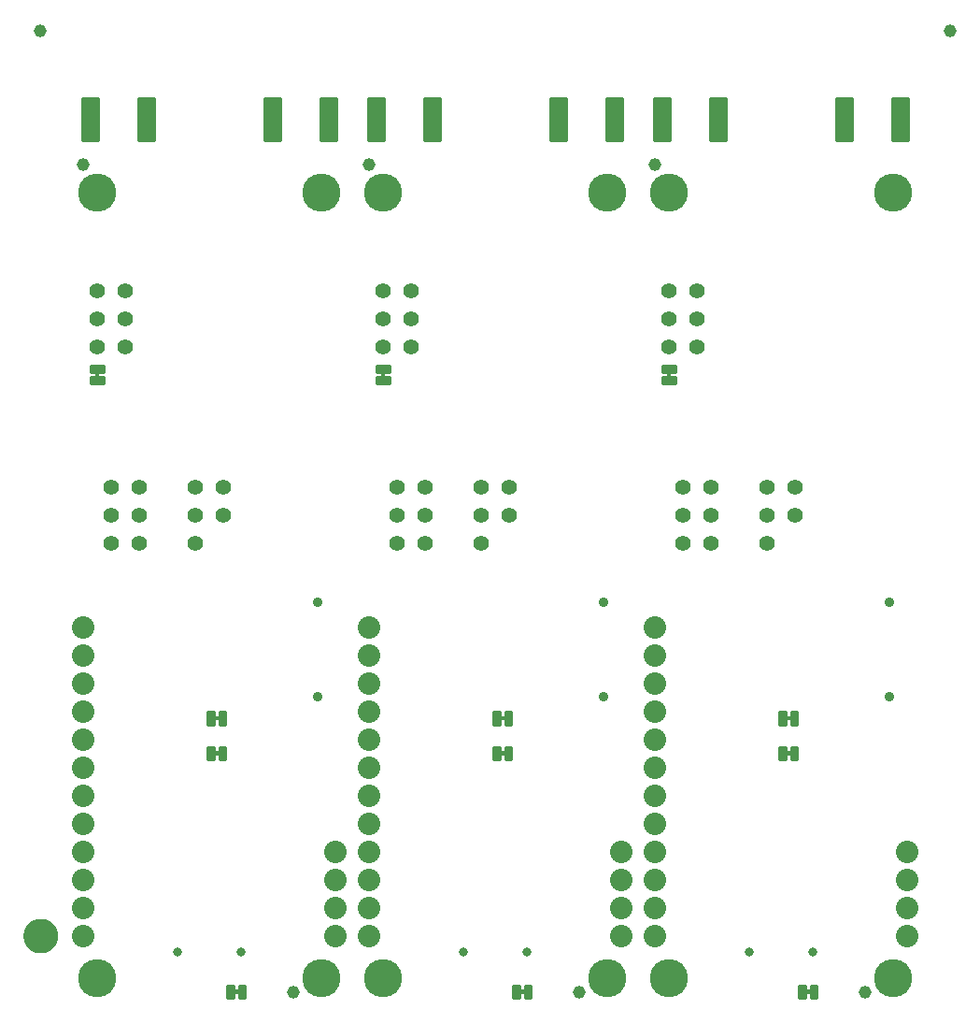
<source format=gbs>
G04 EAGLE Gerber RS-274X export*
G75*
%MOMM*%
%FSLAX34Y34*%
%LPD*%
%INSoldermask Bottom*%
%IPPOS*%
%AMOC8*
5,1,8,0,0,1.08239X$1,22.5*%
G01*
%ADD10C,0.264381*%
%ADD11C,0.802400*%
%ADD12C,3.454400*%
%ADD13C,0.251966*%
%ADD14C,0.902400*%
%ADD15C,1.422400*%
%ADD16C,1.152400*%
%ADD17C,2.032000*%
%ADD18C,1.270000*%
%ADD19C,1.652400*%

G36*
X544895Y568972D02*
X544895Y568972D01*
X544961Y568974D01*
X545004Y568992D01*
X545051Y569000D01*
X545108Y569034D01*
X545168Y569059D01*
X545203Y569090D01*
X545244Y569115D01*
X545286Y569166D01*
X545334Y569210D01*
X545356Y569252D01*
X545385Y569289D01*
X545406Y569351D01*
X545437Y569410D01*
X545445Y569464D01*
X545457Y569501D01*
X545456Y569541D01*
X545464Y569595D01*
X545464Y573405D01*
X545453Y573470D01*
X545451Y573536D01*
X545433Y573579D01*
X545425Y573626D01*
X545391Y573683D01*
X545366Y573743D01*
X545335Y573778D01*
X545310Y573819D01*
X545259Y573861D01*
X545215Y573909D01*
X545173Y573931D01*
X545136Y573960D01*
X545074Y573981D01*
X545015Y574012D01*
X544961Y574020D01*
X544924Y574032D01*
X544884Y574031D01*
X544830Y574039D01*
X542290Y574039D01*
X542225Y574028D01*
X542159Y574026D01*
X542116Y574008D01*
X542069Y574000D01*
X542012Y573966D01*
X541952Y573941D01*
X541917Y573910D01*
X541876Y573885D01*
X541835Y573834D01*
X541786Y573790D01*
X541764Y573748D01*
X541735Y573711D01*
X541714Y573649D01*
X541683Y573590D01*
X541675Y573536D01*
X541663Y573499D01*
X541663Y573495D01*
X541663Y573494D01*
X541664Y573459D01*
X541656Y573405D01*
X541656Y569595D01*
X541667Y569530D01*
X541669Y569464D01*
X541687Y569421D01*
X541695Y569374D01*
X541729Y569317D01*
X541754Y569257D01*
X541785Y569222D01*
X541810Y569181D01*
X541861Y569140D01*
X541905Y569091D01*
X541947Y569069D01*
X541984Y569040D01*
X542046Y569019D01*
X542105Y568988D01*
X542159Y568980D01*
X542196Y568968D01*
X542236Y568969D01*
X542290Y568961D01*
X544830Y568961D01*
X544895Y568972D01*
G37*
G36*
X26735Y568972D02*
X26735Y568972D01*
X26801Y568974D01*
X26844Y568992D01*
X26891Y569000D01*
X26948Y569034D01*
X27008Y569059D01*
X27043Y569090D01*
X27084Y569115D01*
X27126Y569166D01*
X27174Y569210D01*
X27196Y569252D01*
X27225Y569289D01*
X27246Y569351D01*
X27277Y569410D01*
X27285Y569464D01*
X27297Y569501D01*
X27296Y569541D01*
X27304Y569595D01*
X27304Y573405D01*
X27293Y573470D01*
X27291Y573536D01*
X27273Y573579D01*
X27265Y573626D01*
X27231Y573683D01*
X27206Y573743D01*
X27175Y573778D01*
X27150Y573819D01*
X27099Y573861D01*
X27055Y573909D01*
X27013Y573931D01*
X26976Y573960D01*
X26914Y573981D01*
X26855Y574012D01*
X26801Y574020D01*
X26764Y574032D01*
X26724Y574031D01*
X26670Y574039D01*
X24130Y574039D01*
X24065Y574028D01*
X23999Y574026D01*
X23956Y574008D01*
X23909Y574000D01*
X23852Y573966D01*
X23792Y573941D01*
X23757Y573910D01*
X23716Y573885D01*
X23675Y573834D01*
X23626Y573790D01*
X23604Y573748D01*
X23575Y573711D01*
X23554Y573649D01*
X23523Y573590D01*
X23515Y573536D01*
X23503Y573499D01*
X23503Y573495D01*
X23503Y573494D01*
X23504Y573459D01*
X23496Y573405D01*
X23496Y569595D01*
X23507Y569530D01*
X23509Y569464D01*
X23527Y569421D01*
X23535Y569374D01*
X23569Y569317D01*
X23594Y569257D01*
X23625Y569222D01*
X23650Y569181D01*
X23701Y569140D01*
X23745Y569091D01*
X23787Y569069D01*
X23824Y569040D01*
X23886Y569019D01*
X23945Y568988D01*
X23999Y568980D01*
X24036Y568968D01*
X24076Y568969D01*
X24130Y568961D01*
X26670Y568961D01*
X26735Y568972D01*
G37*
G36*
X285815Y568972D02*
X285815Y568972D01*
X285881Y568974D01*
X285924Y568992D01*
X285971Y569000D01*
X286028Y569034D01*
X286088Y569059D01*
X286123Y569090D01*
X286164Y569115D01*
X286206Y569166D01*
X286254Y569210D01*
X286276Y569252D01*
X286305Y569289D01*
X286326Y569351D01*
X286357Y569410D01*
X286365Y569464D01*
X286377Y569501D01*
X286376Y569541D01*
X286384Y569595D01*
X286384Y573405D01*
X286373Y573470D01*
X286371Y573536D01*
X286353Y573579D01*
X286345Y573626D01*
X286311Y573683D01*
X286286Y573743D01*
X286255Y573778D01*
X286230Y573819D01*
X286179Y573861D01*
X286135Y573909D01*
X286093Y573931D01*
X286056Y573960D01*
X285994Y573981D01*
X285935Y574012D01*
X285881Y574020D01*
X285844Y574032D01*
X285804Y574031D01*
X285750Y574039D01*
X283210Y574039D01*
X283145Y574028D01*
X283079Y574026D01*
X283036Y574008D01*
X282989Y574000D01*
X282932Y573966D01*
X282872Y573941D01*
X282837Y573910D01*
X282796Y573885D01*
X282755Y573834D01*
X282706Y573790D01*
X282684Y573748D01*
X282655Y573711D01*
X282634Y573649D01*
X282603Y573590D01*
X282595Y573536D01*
X282583Y573499D01*
X282583Y573495D01*
X282583Y573494D01*
X282584Y573459D01*
X282576Y573405D01*
X282576Y569595D01*
X282587Y569530D01*
X282589Y569464D01*
X282607Y569421D01*
X282615Y569374D01*
X282649Y569317D01*
X282674Y569257D01*
X282705Y569222D01*
X282730Y569181D01*
X282781Y569140D01*
X282825Y569091D01*
X282867Y569069D01*
X282904Y569040D01*
X282966Y569019D01*
X283025Y568988D01*
X283079Y568980D01*
X283116Y568968D01*
X283156Y568969D01*
X283210Y568961D01*
X285750Y568961D01*
X285815Y568972D01*
G37*
G36*
X653480Y258457D02*
X653480Y258457D01*
X653546Y258459D01*
X653589Y258477D01*
X653636Y258485D01*
X653693Y258519D01*
X653753Y258544D01*
X653788Y258575D01*
X653829Y258600D01*
X653871Y258651D01*
X653919Y258695D01*
X653941Y258737D01*
X653970Y258774D01*
X653991Y258836D01*
X654022Y258895D01*
X654030Y258949D01*
X654042Y258986D01*
X654041Y259026D01*
X654049Y259080D01*
X654049Y261620D01*
X654038Y261685D01*
X654036Y261751D01*
X654018Y261794D01*
X654010Y261841D01*
X653976Y261898D01*
X653951Y261958D01*
X653920Y261993D01*
X653895Y262034D01*
X653844Y262076D01*
X653800Y262124D01*
X653758Y262146D01*
X653721Y262175D01*
X653659Y262196D01*
X653600Y262227D01*
X653546Y262235D01*
X653509Y262247D01*
X653469Y262246D01*
X653415Y262254D01*
X649605Y262254D01*
X649540Y262243D01*
X649474Y262241D01*
X649431Y262223D01*
X649384Y262215D01*
X649327Y262181D01*
X649267Y262156D01*
X649232Y262125D01*
X649191Y262100D01*
X649150Y262049D01*
X649101Y262005D01*
X649079Y261963D01*
X649050Y261926D01*
X649029Y261864D01*
X648998Y261805D01*
X648990Y261751D01*
X648978Y261714D01*
X648978Y261711D01*
X648979Y261674D01*
X648971Y261620D01*
X648971Y259080D01*
X648982Y259015D01*
X648984Y258949D01*
X649002Y258906D01*
X649010Y258859D01*
X649044Y258802D01*
X649069Y258742D01*
X649100Y258707D01*
X649125Y258666D01*
X649176Y258625D01*
X649220Y258576D01*
X649262Y258554D01*
X649299Y258525D01*
X649361Y258504D01*
X649420Y258473D01*
X649474Y258465D01*
X649511Y258453D01*
X649551Y258454D01*
X649605Y258446D01*
X653415Y258446D01*
X653480Y258457D01*
G37*
G36*
X394400Y258457D02*
X394400Y258457D01*
X394466Y258459D01*
X394509Y258477D01*
X394556Y258485D01*
X394613Y258519D01*
X394673Y258544D01*
X394708Y258575D01*
X394749Y258600D01*
X394791Y258651D01*
X394839Y258695D01*
X394861Y258737D01*
X394890Y258774D01*
X394911Y258836D01*
X394942Y258895D01*
X394950Y258949D01*
X394962Y258986D01*
X394961Y259026D01*
X394969Y259080D01*
X394969Y261620D01*
X394958Y261685D01*
X394956Y261751D01*
X394938Y261794D01*
X394930Y261841D01*
X394896Y261898D01*
X394871Y261958D01*
X394840Y261993D01*
X394815Y262034D01*
X394764Y262076D01*
X394720Y262124D01*
X394678Y262146D01*
X394641Y262175D01*
X394579Y262196D01*
X394520Y262227D01*
X394466Y262235D01*
X394429Y262247D01*
X394389Y262246D01*
X394335Y262254D01*
X390525Y262254D01*
X390460Y262243D01*
X390394Y262241D01*
X390351Y262223D01*
X390304Y262215D01*
X390247Y262181D01*
X390187Y262156D01*
X390152Y262125D01*
X390111Y262100D01*
X390070Y262049D01*
X390021Y262005D01*
X389999Y261963D01*
X389970Y261926D01*
X389949Y261864D01*
X389918Y261805D01*
X389910Y261751D01*
X389898Y261714D01*
X389898Y261711D01*
X389899Y261674D01*
X389891Y261620D01*
X389891Y259080D01*
X389902Y259015D01*
X389904Y258949D01*
X389922Y258906D01*
X389930Y258859D01*
X389964Y258802D01*
X389989Y258742D01*
X390020Y258707D01*
X390045Y258666D01*
X390096Y258625D01*
X390140Y258576D01*
X390182Y258554D01*
X390219Y258525D01*
X390281Y258504D01*
X390340Y258473D01*
X390394Y258465D01*
X390431Y258453D01*
X390471Y258454D01*
X390525Y258446D01*
X394335Y258446D01*
X394400Y258457D01*
G37*
G36*
X135320Y258457D02*
X135320Y258457D01*
X135386Y258459D01*
X135429Y258477D01*
X135476Y258485D01*
X135533Y258519D01*
X135593Y258544D01*
X135628Y258575D01*
X135669Y258600D01*
X135711Y258651D01*
X135759Y258695D01*
X135781Y258737D01*
X135810Y258774D01*
X135831Y258836D01*
X135862Y258895D01*
X135870Y258949D01*
X135882Y258986D01*
X135881Y259026D01*
X135889Y259080D01*
X135889Y261620D01*
X135878Y261685D01*
X135876Y261751D01*
X135858Y261794D01*
X135850Y261841D01*
X135816Y261898D01*
X135791Y261958D01*
X135760Y261993D01*
X135735Y262034D01*
X135684Y262076D01*
X135640Y262124D01*
X135598Y262146D01*
X135561Y262175D01*
X135499Y262196D01*
X135440Y262227D01*
X135386Y262235D01*
X135349Y262247D01*
X135309Y262246D01*
X135255Y262254D01*
X131445Y262254D01*
X131380Y262243D01*
X131314Y262241D01*
X131271Y262223D01*
X131224Y262215D01*
X131167Y262181D01*
X131107Y262156D01*
X131072Y262125D01*
X131031Y262100D01*
X130990Y262049D01*
X130941Y262005D01*
X130919Y261963D01*
X130890Y261926D01*
X130869Y261864D01*
X130838Y261805D01*
X130830Y261751D01*
X130818Y261714D01*
X130818Y261711D01*
X130819Y261674D01*
X130811Y261620D01*
X130811Y259080D01*
X130822Y259015D01*
X130824Y258949D01*
X130842Y258906D01*
X130850Y258859D01*
X130884Y258802D01*
X130909Y258742D01*
X130940Y258707D01*
X130965Y258666D01*
X131016Y258625D01*
X131060Y258576D01*
X131102Y258554D01*
X131139Y258525D01*
X131201Y258504D01*
X131260Y258473D01*
X131314Y258465D01*
X131351Y258453D01*
X131391Y258454D01*
X131445Y258446D01*
X135255Y258446D01*
X135320Y258457D01*
G37*
G36*
X394400Y226707D02*
X394400Y226707D01*
X394466Y226709D01*
X394509Y226727D01*
X394556Y226735D01*
X394613Y226769D01*
X394673Y226794D01*
X394708Y226825D01*
X394749Y226850D01*
X394791Y226901D01*
X394839Y226945D01*
X394861Y226987D01*
X394890Y227024D01*
X394911Y227086D01*
X394942Y227145D01*
X394950Y227199D01*
X394962Y227236D01*
X394961Y227276D01*
X394969Y227330D01*
X394969Y229870D01*
X394958Y229935D01*
X394956Y230001D01*
X394938Y230044D01*
X394930Y230091D01*
X394896Y230148D01*
X394871Y230208D01*
X394840Y230243D01*
X394815Y230284D01*
X394764Y230326D01*
X394720Y230374D01*
X394678Y230396D01*
X394641Y230425D01*
X394579Y230446D01*
X394520Y230477D01*
X394466Y230485D01*
X394429Y230497D01*
X394389Y230496D01*
X394335Y230504D01*
X390525Y230504D01*
X390460Y230493D01*
X390394Y230491D01*
X390351Y230473D01*
X390304Y230465D01*
X390247Y230431D01*
X390187Y230406D01*
X390152Y230375D01*
X390111Y230350D01*
X390070Y230299D01*
X390021Y230255D01*
X389999Y230213D01*
X389970Y230176D01*
X389949Y230114D01*
X389918Y230055D01*
X389910Y230001D01*
X389898Y229964D01*
X389898Y229961D01*
X389899Y229924D01*
X389891Y229870D01*
X389891Y227330D01*
X389902Y227265D01*
X389904Y227199D01*
X389922Y227156D01*
X389930Y227109D01*
X389964Y227052D01*
X389989Y226992D01*
X390020Y226957D01*
X390045Y226916D01*
X390096Y226875D01*
X390140Y226826D01*
X390182Y226804D01*
X390219Y226775D01*
X390281Y226754D01*
X390340Y226723D01*
X390394Y226715D01*
X390431Y226703D01*
X390471Y226704D01*
X390525Y226696D01*
X394335Y226696D01*
X394400Y226707D01*
G37*
G36*
X135320Y226707D02*
X135320Y226707D01*
X135386Y226709D01*
X135429Y226727D01*
X135476Y226735D01*
X135533Y226769D01*
X135593Y226794D01*
X135628Y226825D01*
X135669Y226850D01*
X135711Y226901D01*
X135759Y226945D01*
X135781Y226987D01*
X135810Y227024D01*
X135831Y227086D01*
X135862Y227145D01*
X135870Y227199D01*
X135882Y227236D01*
X135881Y227276D01*
X135889Y227330D01*
X135889Y229870D01*
X135878Y229935D01*
X135876Y230001D01*
X135858Y230044D01*
X135850Y230091D01*
X135816Y230148D01*
X135791Y230208D01*
X135760Y230243D01*
X135735Y230284D01*
X135684Y230326D01*
X135640Y230374D01*
X135598Y230396D01*
X135561Y230425D01*
X135499Y230446D01*
X135440Y230477D01*
X135386Y230485D01*
X135349Y230497D01*
X135309Y230496D01*
X135255Y230504D01*
X131445Y230504D01*
X131380Y230493D01*
X131314Y230491D01*
X131271Y230473D01*
X131224Y230465D01*
X131167Y230431D01*
X131107Y230406D01*
X131072Y230375D01*
X131031Y230350D01*
X130990Y230299D01*
X130941Y230255D01*
X130919Y230213D01*
X130890Y230176D01*
X130869Y230114D01*
X130838Y230055D01*
X130830Y230001D01*
X130818Y229964D01*
X130818Y229961D01*
X130819Y229924D01*
X130811Y229870D01*
X130811Y227330D01*
X130822Y227265D01*
X130824Y227199D01*
X130842Y227156D01*
X130850Y227109D01*
X130884Y227052D01*
X130909Y226992D01*
X130940Y226957D01*
X130965Y226916D01*
X131016Y226875D01*
X131060Y226826D01*
X131102Y226804D01*
X131139Y226775D01*
X131201Y226754D01*
X131260Y226723D01*
X131314Y226715D01*
X131351Y226703D01*
X131391Y226704D01*
X131445Y226696D01*
X135255Y226696D01*
X135320Y226707D01*
G37*
G36*
X653480Y226707D02*
X653480Y226707D01*
X653546Y226709D01*
X653589Y226727D01*
X653636Y226735D01*
X653693Y226769D01*
X653753Y226794D01*
X653788Y226825D01*
X653829Y226850D01*
X653871Y226901D01*
X653919Y226945D01*
X653941Y226987D01*
X653970Y227024D01*
X653991Y227086D01*
X654022Y227145D01*
X654030Y227199D01*
X654042Y227236D01*
X654041Y227276D01*
X654049Y227330D01*
X654049Y229870D01*
X654038Y229935D01*
X654036Y230001D01*
X654018Y230044D01*
X654010Y230091D01*
X653976Y230148D01*
X653951Y230208D01*
X653920Y230243D01*
X653895Y230284D01*
X653844Y230326D01*
X653800Y230374D01*
X653758Y230396D01*
X653721Y230425D01*
X653659Y230446D01*
X653600Y230477D01*
X653546Y230485D01*
X653509Y230497D01*
X653469Y230496D01*
X653415Y230504D01*
X649605Y230504D01*
X649540Y230493D01*
X649474Y230491D01*
X649431Y230473D01*
X649384Y230465D01*
X649327Y230431D01*
X649267Y230406D01*
X649232Y230375D01*
X649191Y230350D01*
X649150Y230299D01*
X649101Y230255D01*
X649079Y230213D01*
X649050Y230176D01*
X649029Y230114D01*
X648998Y230055D01*
X648990Y230001D01*
X648978Y229964D01*
X648978Y229961D01*
X648979Y229924D01*
X648971Y229870D01*
X648971Y227330D01*
X648982Y227265D01*
X648984Y227199D01*
X649002Y227156D01*
X649010Y227109D01*
X649044Y227052D01*
X649069Y226992D01*
X649100Y226957D01*
X649125Y226916D01*
X649176Y226875D01*
X649220Y226826D01*
X649262Y226804D01*
X649299Y226775D01*
X649361Y226754D01*
X649420Y226723D01*
X649474Y226715D01*
X649511Y226703D01*
X649551Y226704D01*
X649605Y226696D01*
X653415Y226696D01*
X653480Y226707D01*
G37*
G36*
X671260Y10807D02*
X671260Y10807D01*
X671326Y10809D01*
X671369Y10827D01*
X671416Y10835D01*
X671473Y10869D01*
X671533Y10894D01*
X671568Y10925D01*
X671609Y10950D01*
X671651Y11001D01*
X671699Y11045D01*
X671721Y11087D01*
X671750Y11124D01*
X671771Y11186D01*
X671802Y11245D01*
X671810Y11299D01*
X671822Y11336D01*
X671821Y11376D01*
X671829Y11430D01*
X671829Y13970D01*
X671818Y14035D01*
X671816Y14101D01*
X671798Y14144D01*
X671790Y14191D01*
X671756Y14248D01*
X671731Y14308D01*
X671700Y14343D01*
X671675Y14384D01*
X671624Y14426D01*
X671580Y14474D01*
X671538Y14496D01*
X671501Y14525D01*
X671439Y14546D01*
X671380Y14577D01*
X671326Y14585D01*
X671289Y14597D01*
X671249Y14596D01*
X671195Y14604D01*
X667385Y14604D01*
X667320Y14593D01*
X667254Y14591D01*
X667211Y14573D01*
X667164Y14565D01*
X667107Y14531D01*
X667047Y14506D01*
X667012Y14475D01*
X666971Y14450D01*
X666930Y14399D01*
X666881Y14355D01*
X666859Y14313D01*
X666830Y14276D01*
X666809Y14214D01*
X666778Y14155D01*
X666770Y14101D01*
X666758Y14064D01*
X666758Y14061D01*
X666759Y14024D01*
X666751Y13970D01*
X666751Y11430D01*
X666762Y11365D01*
X666764Y11299D01*
X666782Y11256D01*
X666790Y11209D01*
X666824Y11152D01*
X666849Y11092D01*
X666880Y11057D01*
X666905Y11016D01*
X666956Y10975D01*
X667000Y10926D01*
X667042Y10904D01*
X667079Y10875D01*
X667141Y10854D01*
X667200Y10823D01*
X667254Y10815D01*
X667291Y10803D01*
X667331Y10804D01*
X667385Y10796D01*
X671195Y10796D01*
X671260Y10807D01*
G37*
G36*
X412180Y10807D02*
X412180Y10807D01*
X412246Y10809D01*
X412289Y10827D01*
X412336Y10835D01*
X412393Y10869D01*
X412453Y10894D01*
X412488Y10925D01*
X412529Y10950D01*
X412571Y11001D01*
X412619Y11045D01*
X412641Y11087D01*
X412670Y11124D01*
X412691Y11186D01*
X412722Y11245D01*
X412730Y11299D01*
X412742Y11336D01*
X412741Y11376D01*
X412749Y11430D01*
X412749Y13970D01*
X412738Y14035D01*
X412736Y14101D01*
X412718Y14144D01*
X412710Y14191D01*
X412676Y14248D01*
X412651Y14308D01*
X412620Y14343D01*
X412595Y14384D01*
X412544Y14426D01*
X412500Y14474D01*
X412458Y14496D01*
X412421Y14525D01*
X412359Y14546D01*
X412300Y14577D01*
X412246Y14585D01*
X412209Y14597D01*
X412169Y14596D01*
X412115Y14604D01*
X408305Y14604D01*
X408240Y14593D01*
X408174Y14591D01*
X408131Y14573D01*
X408084Y14565D01*
X408027Y14531D01*
X407967Y14506D01*
X407932Y14475D01*
X407891Y14450D01*
X407850Y14399D01*
X407801Y14355D01*
X407779Y14313D01*
X407750Y14276D01*
X407729Y14214D01*
X407698Y14155D01*
X407690Y14101D01*
X407678Y14064D01*
X407678Y14061D01*
X407679Y14024D01*
X407671Y13970D01*
X407671Y11430D01*
X407682Y11365D01*
X407684Y11299D01*
X407702Y11256D01*
X407710Y11209D01*
X407744Y11152D01*
X407769Y11092D01*
X407800Y11057D01*
X407825Y11016D01*
X407876Y10975D01*
X407920Y10926D01*
X407962Y10904D01*
X407999Y10875D01*
X408061Y10854D01*
X408120Y10823D01*
X408174Y10815D01*
X408211Y10803D01*
X408251Y10804D01*
X408305Y10796D01*
X412115Y10796D01*
X412180Y10807D01*
G37*
G36*
X153100Y10807D02*
X153100Y10807D01*
X153166Y10809D01*
X153209Y10827D01*
X153256Y10835D01*
X153313Y10869D01*
X153373Y10894D01*
X153408Y10925D01*
X153449Y10950D01*
X153491Y11001D01*
X153539Y11045D01*
X153561Y11087D01*
X153590Y11124D01*
X153611Y11186D01*
X153642Y11245D01*
X153650Y11299D01*
X153662Y11336D01*
X153661Y11376D01*
X153669Y11430D01*
X153669Y13970D01*
X153658Y14035D01*
X153656Y14101D01*
X153638Y14144D01*
X153630Y14191D01*
X153596Y14248D01*
X153571Y14308D01*
X153540Y14343D01*
X153515Y14384D01*
X153464Y14426D01*
X153420Y14474D01*
X153378Y14496D01*
X153341Y14525D01*
X153279Y14546D01*
X153220Y14577D01*
X153166Y14585D01*
X153129Y14597D01*
X153089Y14596D01*
X153035Y14604D01*
X149225Y14604D01*
X149160Y14593D01*
X149094Y14591D01*
X149051Y14573D01*
X149004Y14565D01*
X148947Y14531D01*
X148887Y14506D01*
X148852Y14475D01*
X148811Y14450D01*
X148770Y14399D01*
X148721Y14355D01*
X148699Y14313D01*
X148670Y14276D01*
X148649Y14214D01*
X148618Y14155D01*
X148610Y14101D01*
X148598Y14064D01*
X148598Y14061D01*
X148599Y14024D01*
X148591Y13970D01*
X148591Y11430D01*
X148602Y11365D01*
X148604Y11299D01*
X148622Y11256D01*
X148630Y11209D01*
X148664Y11152D01*
X148689Y11092D01*
X148720Y11057D01*
X148745Y11016D01*
X148796Y10975D01*
X148840Y10926D01*
X148882Y10904D01*
X148919Y10875D01*
X148981Y10854D01*
X149040Y10823D01*
X149094Y10815D01*
X149131Y10803D01*
X149171Y10804D01*
X149225Y10796D01*
X153035Y10796D01*
X153100Y10807D01*
G37*
D10*
X25990Y783200D02*
X12110Y783200D01*
X12110Y822080D01*
X25990Y822080D01*
X25990Y783200D01*
X25990Y785712D02*
X12110Y785712D01*
X12110Y788224D02*
X25990Y788224D01*
X25990Y790736D02*
X12110Y790736D01*
X12110Y793248D02*
X25990Y793248D01*
X25990Y795760D02*
X12110Y795760D01*
X12110Y798272D02*
X25990Y798272D01*
X25990Y800784D02*
X12110Y800784D01*
X12110Y803296D02*
X25990Y803296D01*
X25990Y805808D02*
X12110Y805808D01*
X12110Y808320D02*
X25990Y808320D01*
X25990Y810832D02*
X12110Y810832D01*
X12110Y813344D02*
X25990Y813344D01*
X25990Y815856D02*
X12110Y815856D01*
X12110Y818368D02*
X25990Y818368D01*
X25990Y820880D02*
X12110Y820880D01*
X62910Y783200D02*
X76790Y783200D01*
X62910Y783200D02*
X62910Y822080D01*
X76790Y822080D01*
X76790Y783200D01*
X76790Y785712D02*
X62910Y785712D01*
X62910Y788224D02*
X76790Y788224D01*
X76790Y790736D02*
X62910Y790736D01*
X62910Y793248D02*
X76790Y793248D01*
X76790Y795760D02*
X62910Y795760D01*
X62910Y798272D02*
X76790Y798272D01*
X76790Y800784D02*
X62910Y800784D01*
X62910Y803296D02*
X76790Y803296D01*
X76790Y805808D02*
X62910Y805808D01*
X62910Y808320D02*
X76790Y808320D01*
X76790Y810832D02*
X62910Y810832D01*
X62910Y813344D02*
X76790Y813344D01*
X76790Y815856D02*
X62910Y815856D01*
X62910Y818368D02*
X76790Y818368D01*
X76790Y820880D02*
X62910Y820880D01*
X177210Y783200D02*
X191090Y783200D01*
X177210Y783200D02*
X177210Y822080D01*
X191090Y822080D01*
X191090Y783200D01*
X191090Y785712D02*
X177210Y785712D01*
X177210Y788224D02*
X191090Y788224D01*
X191090Y790736D02*
X177210Y790736D01*
X177210Y793248D02*
X191090Y793248D01*
X191090Y795760D02*
X177210Y795760D01*
X177210Y798272D02*
X191090Y798272D01*
X191090Y800784D02*
X177210Y800784D01*
X177210Y803296D02*
X191090Y803296D01*
X191090Y805808D02*
X177210Y805808D01*
X177210Y808320D02*
X191090Y808320D01*
X191090Y810832D02*
X177210Y810832D01*
X177210Y813344D02*
X191090Y813344D01*
X191090Y815856D02*
X177210Y815856D01*
X177210Y818368D02*
X191090Y818368D01*
X191090Y820880D02*
X177210Y820880D01*
X228010Y783200D02*
X241890Y783200D01*
X228010Y783200D02*
X228010Y822080D01*
X241890Y822080D01*
X241890Y783200D01*
X241890Y785712D02*
X228010Y785712D01*
X228010Y788224D02*
X241890Y788224D01*
X241890Y790736D02*
X228010Y790736D01*
X228010Y793248D02*
X241890Y793248D01*
X241890Y795760D02*
X228010Y795760D01*
X228010Y798272D02*
X241890Y798272D01*
X241890Y800784D02*
X228010Y800784D01*
X228010Y803296D02*
X241890Y803296D01*
X241890Y805808D02*
X228010Y805808D01*
X228010Y808320D02*
X241890Y808320D01*
X241890Y810832D02*
X228010Y810832D01*
X228010Y813344D02*
X241890Y813344D01*
X241890Y815856D02*
X228010Y815856D01*
X228010Y818368D02*
X241890Y818368D01*
X241890Y820880D02*
X228010Y820880D01*
D11*
X98100Y49050D03*
X155900Y49050D03*
D12*
X25400Y25400D03*
X228600Y25400D03*
X25400Y736600D03*
X228600Y736600D03*
D13*
X148727Y6848D02*
X143119Y6848D01*
X143119Y18552D01*
X148727Y18552D01*
X148727Y6848D01*
X148727Y9242D02*
X143119Y9242D01*
X143119Y11636D02*
X148727Y11636D01*
X148727Y14030D02*
X143119Y14030D01*
X143119Y16424D02*
X148727Y16424D01*
X153533Y6848D02*
X159141Y6848D01*
X153533Y6848D02*
X153533Y18552D01*
X159141Y18552D01*
X159141Y6848D01*
X159141Y9242D02*
X153533Y9242D01*
X153533Y11636D02*
X159141Y11636D01*
X159141Y14030D02*
X153533Y14030D01*
X153533Y16424D02*
X159141Y16424D01*
D14*
X225300Y365250D03*
X225300Y280250D03*
D15*
X114300Y444500D03*
X139700Y444500D03*
X139700Y469900D03*
X114300Y469900D03*
X50800Y622300D03*
X25400Y622300D03*
X50800Y596900D03*
X25400Y596900D03*
X50800Y647700D03*
X25400Y647700D03*
X38100Y469900D03*
X63500Y444500D03*
X38100Y444500D03*
X63500Y469900D03*
X38100Y419100D03*
X63500Y419100D03*
D13*
X31252Y563489D02*
X31252Y569097D01*
X31252Y563489D02*
X19548Y563489D01*
X19548Y569097D01*
X31252Y569097D01*
X31252Y565883D02*
X19548Y565883D01*
X19548Y568277D02*
X31252Y568277D01*
X31252Y573903D02*
X31252Y579511D01*
X31252Y573903D02*
X19548Y573903D01*
X19548Y579511D01*
X31252Y579511D01*
X31252Y576297D02*
X19548Y576297D01*
X19548Y578691D02*
X31252Y578691D01*
X125339Y254498D02*
X130947Y254498D01*
X125339Y254498D02*
X125339Y266202D01*
X130947Y266202D01*
X130947Y254498D01*
X130947Y256892D02*
X125339Y256892D01*
X125339Y259286D02*
X130947Y259286D01*
X130947Y261680D02*
X125339Y261680D01*
X125339Y264074D02*
X130947Y264074D01*
X135753Y254498D02*
X141361Y254498D01*
X135753Y254498D02*
X135753Y266202D01*
X141361Y266202D01*
X141361Y254498D01*
X141361Y256892D02*
X135753Y256892D01*
X135753Y259286D02*
X141361Y259286D01*
X141361Y261680D02*
X135753Y261680D01*
X135753Y264074D02*
X141361Y264074D01*
X130947Y222748D02*
X125339Y222748D01*
X125339Y234452D01*
X130947Y234452D01*
X130947Y222748D01*
X130947Y225142D02*
X125339Y225142D01*
X125339Y227536D02*
X130947Y227536D01*
X130947Y229930D02*
X125339Y229930D01*
X125339Y232324D02*
X130947Y232324D01*
X135753Y222748D02*
X141361Y222748D01*
X135753Y222748D02*
X135753Y234452D01*
X141361Y234452D01*
X141361Y222748D01*
X141361Y225142D02*
X135753Y225142D01*
X135753Y227536D02*
X141361Y227536D01*
X141361Y229930D02*
X135753Y229930D01*
X135753Y232324D02*
X141361Y232324D01*
D16*
X12700Y762000D03*
X203200Y12700D03*
D17*
X12700Y63500D03*
X12700Y88900D03*
X12700Y114300D03*
X12700Y139700D03*
X12700Y165100D03*
X12700Y190500D03*
X12700Y215900D03*
X12700Y241300D03*
X12700Y266700D03*
X12700Y292100D03*
X12700Y317500D03*
X12700Y342900D03*
D15*
X114300Y419100D03*
D17*
X241300Y63500D03*
X241300Y88900D03*
X241300Y114300D03*
X241300Y139700D03*
D10*
X271190Y783200D02*
X285070Y783200D01*
X271190Y783200D02*
X271190Y822080D01*
X285070Y822080D01*
X285070Y783200D01*
X285070Y785712D02*
X271190Y785712D01*
X271190Y788224D02*
X285070Y788224D01*
X285070Y790736D02*
X271190Y790736D01*
X271190Y793248D02*
X285070Y793248D01*
X285070Y795760D02*
X271190Y795760D01*
X271190Y798272D02*
X285070Y798272D01*
X285070Y800784D02*
X271190Y800784D01*
X271190Y803296D02*
X285070Y803296D01*
X285070Y805808D02*
X271190Y805808D01*
X271190Y808320D02*
X285070Y808320D01*
X285070Y810832D02*
X271190Y810832D01*
X271190Y813344D02*
X285070Y813344D01*
X285070Y815856D02*
X271190Y815856D01*
X271190Y818368D02*
X285070Y818368D01*
X285070Y820880D02*
X271190Y820880D01*
X321990Y783200D02*
X335870Y783200D01*
X321990Y783200D02*
X321990Y822080D01*
X335870Y822080D01*
X335870Y783200D01*
X335870Y785712D02*
X321990Y785712D01*
X321990Y788224D02*
X335870Y788224D01*
X335870Y790736D02*
X321990Y790736D01*
X321990Y793248D02*
X335870Y793248D01*
X335870Y795760D02*
X321990Y795760D01*
X321990Y798272D02*
X335870Y798272D01*
X335870Y800784D02*
X321990Y800784D01*
X321990Y803296D02*
X335870Y803296D01*
X335870Y805808D02*
X321990Y805808D01*
X321990Y808320D02*
X335870Y808320D01*
X335870Y810832D02*
X321990Y810832D01*
X321990Y813344D02*
X335870Y813344D01*
X335870Y815856D02*
X321990Y815856D01*
X321990Y818368D02*
X335870Y818368D01*
X335870Y820880D02*
X321990Y820880D01*
X436290Y783200D02*
X450170Y783200D01*
X436290Y783200D02*
X436290Y822080D01*
X450170Y822080D01*
X450170Y783200D01*
X450170Y785712D02*
X436290Y785712D01*
X436290Y788224D02*
X450170Y788224D01*
X450170Y790736D02*
X436290Y790736D01*
X436290Y793248D02*
X450170Y793248D01*
X450170Y795760D02*
X436290Y795760D01*
X436290Y798272D02*
X450170Y798272D01*
X450170Y800784D02*
X436290Y800784D01*
X436290Y803296D02*
X450170Y803296D01*
X450170Y805808D02*
X436290Y805808D01*
X436290Y808320D02*
X450170Y808320D01*
X450170Y810832D02*
X436290Y810832D01*
X436290Y813344D02*
X450170Y813344D01*
X450170Y815856D02*
X436290Y815856D01*
X436290Y818368D02*
X450170Y818368D01*
X450170Y820880D02*
X436290Y820880D01*
X487090Y783200D02*
X500970Y783200D01*
X487090Y783200D02*
X487090Y822080D01*
X500970Y822080D01*
X500970Y783200D01*
X500970Y785712D02*
X487090Y785712D01*
X487090Y788224D02*
X500970Y788224D01*
X500970Y790736D02*
X487090Y790736D01*
X487090Y793248D02*
X500970Y793248D01*
X500970Y795760D02*
X487090Y795760D01*
X487090Y798272D02*
X500970Y798272D01*
X500970Y800784D02*
X487090Y800784D01*
X487090Y803296D02*
X500970Y803296D01*
X500970Y805808D02*
X487090Y805808D01*
X487090Y808320D02*
X500970Y808320D01*
X500970Y810832D02*
X487090Y810832D01*
X487090Y813344D02*
X500970Y813344D01*
X500970Y815856D02*
X487090Y815856D01*
X487090Y818368D02*
X500970Y818368D01*
X500970Y820880D02*
X487090Y820880D01*
D11*
X357180Y49050D03*
X414980Y49050D03*
D12*
X284480Y25400D03*
X487680Y25400D03*
X284480Y736600D03*
X487680Y736600D03*
D13*
X407807Y6848D02*
X402199Y6848D01*
X402199Y18552D01*
X407807Y18552D01*
X407807Y6848D01*
X407807Y9242D02*
X402199Y9242D01*
X402199Y11636D02*
X407807Y11636D01*
X407807Y14030D02*
X402199Y14030D01*
X402199Y16424D02*
X407807Y16424D01*
X412613Y6848D02*
X418221Y6848D01*
X412613Y6848D02*
X412613Y18552D01*
X418221Y18552D01*
X418221Y6848D01*
X418221Y9242D02*
X412613Y9242D01*
X412613Y11636D02*
X418221Y11636D01*
X418221Y14030D02*
X412613Y14030D01*
X412613Y16424D02*
X418221Y16424D01*
D14*
X484380Y365250D03*
X484380Y280250D03*
D15*
X373380Y444500D03*
X398780Y444500D03*
X398780Y469900D03*
X373380Y469900D03*
X309880Y622300D03*
X284480Y622300D03*
X309880Y596900D03*
X284480Y596900D03*
X309880Y647700D03*
X284480Y647700D03*
X297180Y469900D03*
X322580Y444500D03*
X297180Y444500D03*
X322580Y469900D03*
X297180Y419100D03*
X322580Y419100D03*
D13*
X290332Y563489D02*
X290332Y569097D01*
X290332Y563489D02*
X278628Y563489D01*
X278628Y569097D01*
X290332Y569097D01*
X290332Y565883D02*
X278628Y565883D01*
X278628Y568277D02*
X290332Y568277D01*
X290332Y573903D02*
X290332Y579511D01*
X290332Y573903D02*
X278628Y573903D01*
X278628Y579511D01*
X290332Y579511D01*
X290332Y576297D02*
X278628Y576297D01*
X278628Y578691D02*
X290332Y578691D01*
X384419Y254498D02*
X390027Y254498D01*
X384419Y254498D02*
X384419Y266202D01*
X390027Y266202D01*
X390027Y254498D01*
X390027Y256892D02*
X384419Y256892D01*
X384419Y259286D02*
X390027Y259286D01*
X390027Y261680D02*
X384419Y261680D01*
X384419Y264074D02*
X390027Y264074D01*
X394833Y254498D02*
X400441Y254498D01*
X394833Y254498D02*
X394833Y266202D01*
X400441Y266202D01*
X400441Y254498D01*
X400441Y256892D02*
X394833Y256892D01*
X394833Y259286D02*
X400441Y259286D01*
X400441Y261680D02*
X394833Y261680D01*
X394833Y264074D02*
X400441Y264074D01*
X390027Y222748D02*
X384419Y222748D01*
X384419Y234452D01*
X390027Y234452D01*
X390027Y222748D01*
X390027Y225142D02*
X384419Y225142D01*
X384419Y227536D02*
X390027Y227536D01*
X390027Y229930D02*
X384419Y229930D01*
X384419Y232324D02*
X390027Y232324D01*
X394833Y222748D02*
X400441Y222748D01*
X394833Y222748D02*
X394833Y234452D01*
X400441Y234452D01*
X400441Y222748D01*
X400441Y225142D02*
X394833Y225142D01*
X394833Y227536D02*
X400441Y227536D01*
X400441Y229930D02*
X394833Y229930D01*
X394833Y232324D02*
X400441Y232324D01*
D16*
X271780Y762000D03*
X462280Y12700D03*
D17*
X271780Y63500D03*
X271780Y88900D03*
X271780Y114300D03*
X271780Y139700D03*
X271780Y165100D03*
X271780Y190500D03*
X271780Y215900D03*
X271780Y241300D03*
X271780Y266700D03*
X271780Y292100D03*
X271780Y317500D03*
X271780Y342900D03*
D15*
X373380Y419100D03*
D17*
X500380Y63500D03*
X500380Y88900D03*
X500380Y114300D03*
X500380Y139700D03*
D10*
X530270Y783200D02*
X544150Y783200D01*
X530270Y783200D02*
X530270Y822080D01*
X544150Y822080D01*
X544150Y783200D01*
X544150Y785712D02*
X530270Y785712D01*
X530270Y788224D02*
X544150Y788224D01*
X544150Y790736D02*
X530270Y790736D01*
X530270Y793248D02*
X544150Y793248D01*
X544150Y795760D02*
X530270Y795760D01*
X530270Y798272D02*
X544150Y798272D01*
X544150Y800784D02*
X530270Y800784D01*
X530270Y803296D02*
X544150Y803296D01*
X544150Y805808D02*
X530270Y805808D01*
X530270Y808320D02*
X544150Y808320D01*
X544150Y810832D02*
X530270Y810832D01*
X530270Y813344D02*
X544150Y813344D01*
X544150Y815856D02*
X530270Y815856D01*
X530270Y818368D02*
X544150Y818368D01*
X544150Y820880D02*
X530270Y820880D01*
X581070Y783200D02*
X594950Y783200D01*
X581070Y783200D02*
X581070Y822080D01*
X594950Y822080D01*
X594950Y783200D01*
X594950Y785712D02*
X581070Y785712D01*
X581070Y788224D02*
X594950Y788224D01*
X594950Y790736D02*
X581070Y790736D01*
X581070Y793248D02*
X594950Y793248D01*
X594950Y795760D02*
X581070Y795760D01*
X581070Y798272D02*
X594950Y798272D01*
X594950Y800784D02*
X581070Y800784D01*
X581070Y803296D02*
X594950Y803296D01*
X594950Y805808D02*
X581070Y805808D01*
X581070Y808320D02*
X594950Y808320D01*
X594950Y810832D02*
X581070Y810832D01*
X581070Y813344D02*
X594950Y813344D01*
X594950Y815856D02*
X581070Y815856D01*
X581070Y818368D02*
X594950Y818368D01*
X594950Y820880D02*
X581070Y820880D01*
X695370Y783200D02*
X709250Y783200D01*
X695370Y783200D02*
X695370Y822080D01*
X709250Y822080D01*
X709250Y783200D01*
X709250Y785712D02*
X695370Y785712D01*
X695370Y788224D02*
X709250Y788224D01*
X709250Y790736D02*
X695370Y790736D01*
X695370Y793248D02*
X709250Y793248D01*
X709250Y795760D02*
X695370Y795760D01*
X695370Y798272D02*
X709250Y798272D01*
X709250Y800784D02*
X695370Y800784D01*
X695370Y803296D02*
X709250Y803296D01*
X709250Y805808D02*
X695370Y805808D01*
X695370Y808320D02*
X709250Y808320D01*
X709250Y810832D02*
X695370Y810832D01*
X695370Y813344D02*
X709250Y813344D01*
X709250Y815856D02*
X695370Y815856D01*
X695370Y818368D02*
X709250Y818368D01*
X709250Y820880D02*
X695370Y820880D01*
X746170Y783200D02*
X760050Y783200D01*
X746170Y783200D02*
X746170Y822080D01*
X760050Y822080D01*
X760050Y783200D01*
X760050Y785712D02*
X746170Y785712D01*
X746170Y788224D02*
X760050Y788224D01*
X760050Y790736D02*
X746170Y790736D01*
X746170Y793248D02*
X760050Y793248D01*
X760050Y795760D02*
X746170Y795760D01*
X746170Y798272D02*
X760050Y798272D01*
X760050Y800784D02*
X746170Y800784D01*
X746170Y803296D02*
X760050Y803296D01*
X760050Y805808D02*
X746170Y805808D01*
X746170Y808320D02*
X760050Y808320D01*
X760050Y810832D02*
X746170Y810832D01*
X746170Y813344D02*
X760050Y813344D01*
X760050Y815856D02*
X746170Y815856D01*
X746170Y818368D02*
X760050Y818368D01*
X760050Y820880D02*
X746170Y820880D01*
D11*
X616260Y49050D03*
X674060Y49050D03*
D12*
X543560Y25400D03*
X746760Y25400D03*
X543560Y736600D03*
X746760Y736600D03*
D13*
X666887Y6848D02*
X661279Y6848D01*
X661279Y18552D01*
X666887Y18552D01*
X666887Y6848D01*
X666887Y9242D02*
X661279Y9242D01*
X661279Y11636D02*
X666887Y11636D01*
X666887Y14030D02*
X661279Y14030D01*
X661279Y16424D02*
X666887Y16424D01*
X671693Y6848D02*
X677301Y6848D01*
X671693Y6848D02*
X671693Y18552D01*
X677301Y18552D01*
X677301Y6848D01*
X677301Y9242D02*
X671693Y9242D01*
X671693Y11636D02*
X677301Y11636D01*
X677301Y14030D02*
X671693Y14030D01*
X671693Y16424D02*
X677301Y16424D01*
D14*
X743460Y365250D03*
X743460Y280250D03*
D15*
X632460Y444500D03*
X657860Y444500D03*
X657860Y469900D03*
X632460Y469900D03*
X568960Y622300D03*
X543560Y622300D03*
X568960Y596900D03*
X543560Y596900D03*
X568960Y647700D03*
X543560Y647700D03*
X556260Y469900D03*
X581660Y444500D03*
X556260Y444500D03*
X581660Y469900D03*
X556260Y419100D03*
X581660Y419100D03*
D13*
X549412Y563489D02*
X549412Y569097D01*
X549412Y563489D02*
X537708Y563489D01*
X537708Y569097D01*
X549412Y569097D01*
X549412Y565883D02*
X537708Y565883D01*
X537708Y568277D02*
X549412Y568277D01*
X549412Y573903D02*
X549412Y579511D01*
X549412Y573903D02*
X537708Y573903D01*
X537708Y579511D01*
X549412Y579511D01*
X549412Y576297D02*
X537708Y576297D01*
X537708Y578691D02*
X549412Y578691D01*
X643499Y254498D02*
X649107Y254498D01*
X643499Y254498D02*
X643499Y266202D01*
X649107Y266202D01*
X649107Y254498D01*
X649107Y256892D02*
X643499Y256892D01*
X643499Y259286D02*
X649107Y259286D01*
X649107Y261680D02*
X643499Y261680D01*
X643499Y264074D02*
X649107Y264074D01*
X653913Y254498D02*
X659521Y254498D01*
X653913Y254498D02*
X653913Y266202D01*
X659521Y266202D01*
X659521Y254498D01*
X659521Y256892D02*
X653913Y256892D01*
X653913Y259286D02*
X659521Y259286D01*
X659521Y261680D02*
X653913Y261680D01*
X653913Y264074D02*
X659521Y264074D01*
X649107Y222748D02*
X643499Y222748D01*
X643499Y234452D01*
X649107Y234452D01*
X649107Y222748D01*
X649107Y225142D02*
X643499Y225142D01*
X643499Y227536D02*
X649107Y227536D01*
X649107Y229930D02*
X643499Y229930D01*
X643499Y232324D02*
X649107Y232324D01*
X653913Y222748D02*
X659521Y222748D01*
X653913Y222748D02*
X653913Y234452D01*
X659521Y234452D01*
X659521Y222748D01*
X659521Y225142D02*
X653913Y225142D01*
X653913Y227536D02*
X659521Y227536D01*
X659521Y229930D02*
X653913Y229930D01*
X653913Y232324D02*
X659521Y232324D01*
D16*
X530860Y762000D03*
X721360Y12700D03*
D17*
X530860Y63500D03*
X530860Y88900D03*
X530860Y114300D03*
X530860Y139700D03*
X530860Y165100D03*
X530860Y190500D03*
X530860Y215900D03*
X530860Y241300D03*
X530860Y266700D03*
X530860Y292100D03*
X530860Y317500D03*
X530860Y342900D03*
D15*
X632460Y419100D03*
D17*
X759460Y63500D03*
X759460Y88900D03*
X759460Y114300D03*
X759460Y139700D03*
D16*
X-26238Y882650D03*
X798398Y882650D03*
D18*
X-35293Y63500D02*
X-35290Y63722D01*
X-35282Y63944D01*
X-35268Y64166D01*
X-35249Y64388D01*
X-35225Y64608D01*
X-35195Y64829D01*
X-35160Y65048D01*
X-35119Y65267D01*
X-35073Y65484D01*
X-35022Y65700D01*
X-34965Y65915D01*
X-34903Y66129D01*
X-34836Y66340D01*
X-34764Y66551D01*
X-34686Y66759D01*
X-34604Y66965D01*
X-34516Y67169D01*
X-34424Y67372D01*
X-34326Y67571D01*
X-34224Y67768D01*
X-34117Y67963D01*
X-34005Y68155D01*
X-33888Y68344D01*
X-33767Y68531D01*
X-33641Y68714D01*
X-33511Y68894D01*
X-33376Y69071D01*
X-33238Y69244D01*
X-33095Y69414D01*
X-32947Y69581D01*
X-32796Y69744D01*
X-32641Y69903D01*
X-32482Y70058D01*
X-32319Y70209D01*
X-32152Y70357D01*
X-31982Y70500D01*
X-31809Y70638D01*
X-31632Y70773D01*
X-31452Y70903D01*
X-31269Y71029D01*
X-31082Y71150D01*
X-30893Y71267D01*
X-30701Y71379D01*
X-30506Y71486D01*
X-30309Y71588D01*
X-30110Y71686D01*
X-29907Y71778D01*
X-29703Y71866D01*
X-29497Y71948D01*
X-29289Y72026D01*
X-29078Y72098D01*
X-28867Y72165D01*
X-28653Y72227D01*
X-28438Y72284D01*
X-28222Y72335D01*
X-28005Y72381D01*
X-27786Y72422D01*
X-27567Y72457D01*
X-27346Y72487D01*
X-27126Y72511D01*
X-26904Y72530D01*
X-26682Y72544D01*
X-26460Y72552D01*
X-26238Y72555D01*
X-26016Y72552D01*
X-25794Y72544D01*
X-25572Y72530D01*
X-25350Y72511D01*
X-25130Y72487D01*
X-24909Y72457D01*
X-24690Y72422D01*
X-24471Y72381D01*
X-24254Y72335D01*
X-24038Y72284D01*
X-23823Y72227D01*
X-23609Y72165D01*
X-23398Y72098D01*
X-23187Y72026D01*
X-22979Y71948D01*
X-22773Y71866D01*
X-22569Y71778D01*
X-22366Y71686D01*
X-22167Y71588D01*
X-21970Y71486D01*
X-21775Y71379D01*
X-21583Y71267D01*
X-21394Y71150D01*
X-21207Y71029D01*
X-21024Y70903D01*
X-20844Y70773D01*
X-20667Y70638D01*
X-20494Y70500D01*
X-20324Y70357D01*
X-20157Y70209D01*
X-19994Y70058D01*
X-19835Y69903D01*
X-19680Y69744D01*
X-19529Y69581D01*
X-19381Y69414D01*
X-19238Y69244D01*
X-19100Y69071D01*
X-18965Y68894D01*
X-18835Y68714D01*
X-18709Y68531D01*
X-18588Y68344D01*
X-18471Y68155D01*
X-18359Y67963D01*
X-18252Y67768D01*
X-18150Y67571D01*
X-18052Y67372D01*
X-17960Y67169D01*
X-17872Y66965D01*
X-17790Y66759D01*
X-17712Y66551D01*
X-17640Y66340D01*
X-17573Y66129D01*
X-17511Y65915D01*
X-17454Y65700D01*
X-17403Y65484D01*
X-17357Y65267D01*
X-17316Y65048D01*
X-17281Y64829D01*
X-17251Y64608D01*
X-17227Y64388D01*
X-17208Y64166D01*
X-17194Y63944D01*
X-17186Y63722D01*
X-17183Y63500D01*
X-17186Y63278D01*
X-17194Y63056D01*
X-17208Y62834D01*
X-17227Y62612D01*
X-17251Y62392D01*
X-17281Y62171D01*
X-17316Y61952D01*
X-17357Y61733D01*
X-17403Y61516D01*
X-17454Y61300D01*
X-17511Y61085D01*
X-17573Y60871D01*
X-17640Y60660D01*
X-17712Y60449D01*
X-17790Y60241D01*
X-17872Y60035D01*
X-17960Y59831D01*
X-18052Y59628D01*
X-18150Y59429D01*
X-18252Y59232D01*
X-18359Y59037D01*
X-18471Y58845D01*
X-18588Y58656D01*
X-18709Y58469D01*
X-18835Y58286D01*
X-18965Y58106D01*
X-19100Y57929D01*
X-19238Y57756D01*
X-19381Y57586D01*
X-19529Y57419D01*
X-19680Y57256D01*
X-19835Y57097D01*
X-19994Y56942D01*
X-20157Y56791D01*
X-20324Y56643D01*
X-20494Y56500D01*
X-20667Y56362D01*
X-20844Y56227D01*
X-21024Y56097D01*
X-21207Y55971D01*
X-21394Y55850D01*
X-21583Y55733D01*
X-21775Y55621D01*
X-21970Y55514D01*
X-22167Y55412D01*
X-22366Y55314D01*
X-22569Y55222D01*
X-22773Y55134D01*
X-22979Y55052D01*
X-23187Y54974D01*
X-23398Y54902D01*
X-23609Y54835D01*
X-23823Y54773D01*
X-24038Y54716D01*
X-24254Y54665D01*
X-24471Y54619D01*
X-24690Y54578D01*
X-24909Y54543D01*
X-25130Y54513D01*
X-25350Y54489D01*
X-25572Y54470D01*
X-25794Y54456D01*
X-26016Y54448D01*
X-26238Y54445D01*
X-26460Y54448D01*
X-26682Y54456D01*
X-26904Y54470D01*
X-27126Y54489D01*
X-27346Y54513D01*
X-27567Y54543D01*
X-27786Y54578D01*
X-28005Y54619D01*
X-28222Y54665D01*
X-28438Y54716D01*
X-28653Y54773D01*
X-28867Y54835D01*
X-29078Y54902D01*
X-29289Y54974D01*
X-29497Y55052D01*
X-29703Y55134D01*
X-29907Y55222D01*
X-30110Y55314D01*
X-30309Y55412D01*
X-30506Y55514D01*
X-30701Y55621D01*
X-30893Y55733D01*
X-31082Y55850D01*
X-31269Y55971D01*
X-31452Y56097D01*
X-31632Y56227D01*
X-31809Y56362D01*
X-31982Y56500D01*
X-32152Y56643D01*
X-32319Y56791D01*
X-32482Y56942D01*
X-32641Y57097D01*
X-32796Y57256D01*
X-32947Y57419D01*
X-33095Y57586D01*
X-33238Y57756D01*
X-33376Y57929D01*
X-33511Y58106D01*
X-33641Y58286D01*
X-33767Y58469D01*
X-33888Y58656D01*
X-34005Y58845D01*
X-34117Y59037D01*
X-34224Y59232D01*
X-34326Y59429D01*
X-34424Y59628D01*
X-34516Y59831D01*
X-34604Y60035D01*
X-34686Y60241D01*
X-34764Y60449D01*
X-34836Y60660D01*
X-34903Y60871D01*
X-34965Y61085D01*
X-35022Y61300D01*
X-35073Y61516D01*
X-35119Y61733D01*
X-35160Y61952D01*
X-35195Y62171D01*
X-35225Y62392D01*
X-35249Y62612D01*
X-35268Y62834D01*
X-35282Y63056D01*
X-35290Y63278D01*
X-35293Y63500D01*
D19*
X-26238Y63500D03*
M02*

</source>
